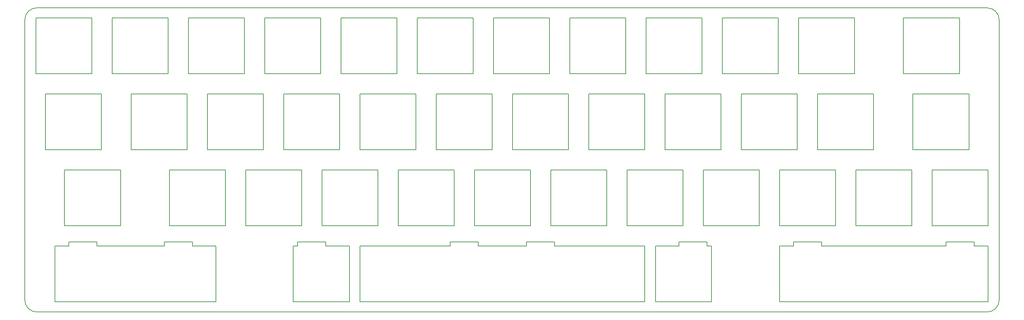
<source format=gbr>
%TF.GenerationSoftware,KiCad,Pcbnew,(6.0.10)*%
%TF.CreationDate,2023-02-21T20:04:24-06:00*%
%TF.ProjectId,Asymptote_Plate_PCB,4173796d-7074-46f7-9465-5f506c617465,rev?*%
%TF.SameCoordinates,Original*%
%TF.FileFunction,Profile,NP*%
%FSLAX46Y46*%
G04 Gerber Fmt 4.6, Leading zero omitted, Abs format (unit mm)*
G04 Created by KiCad (PCBNEW (6.0.10)) date 2023-02-21 20:04:24*
%MOMM*%
%LPD*%
G01*
G04 APERTURE LIST*
%TA.AperFunction,Profile*%
%ADD10C,0.200000*%
%TD*%
G04 APERTURE END LIST*
D10*
X69343752Y-61912500D02*
X69343752Y-75912500D01*
X69343752Y-61912500D02*
X83343750Y-61912500D01*
X83343750Y-75912500D02*
X69343752Y-75912500D01*
X83343750Y-75912500D02*
X83343750Y-61912500D01*
X88393751Y-75912500D02*
X88393751Y-61912500D01*
X88393751Y-61912500D02*
X102393751Y-61912500D01*
X102393751Y-61912500D02*
X102393751Y-75912500D01*
X102393751Y-75912500D02*
X88393751Y-75912500D01*
X154781249Y-114012499D02*
X154781248Y-100012501D01*
X140781250Y-100012502D02*
X154781248Y-100012501D01*
X140781250Y-100012502D02*
X140781251Y-114012500D01*
X154781250Y-114012499D02*
X140781251Y-114012500D01*
X198906250Y-119062499D02*
X200025000Y-119062500D01*
X200025000Y-119062500D02*
X200025000Y-133062500D01*
X200025000Y-133062500D02*
X186025000Y-133062500D01*
X186025000Y-133062500D02*
X186025000Y-119062500D01*
X186025000Y-119062500D02*
X191906250Y-119062500D01*
X191906250Y-119062500D02*
X191906250Y-118062499D01*
X191906250Y-118062499D02*
X198906250Y-118062500D01*
X198906250Y-118062500D02*
X198906250Y-119062499D01*
X269081250Y-114012500D02*
X255081250Y-114012500D01*
X255081250Y-114012500D02*
X255081250Y-100012500D01*
X255081250Y-100012500D02*
X269081250Y-100012500D01*
X269081250Y-100012500D02*
X269081250Y-114012500D01*
X230981250Y-100012499D02*
X230981250Y-114012499D01*
X230981250Y-114012499D02*
X216981250Y-114012499D01*
X216981250Y-114012499D02*
X216981250Y-100012499D01*
X216981250Y-100012499D02*
X230981250Y-100012499D01*
X202406251Y-94962500D02*
X188406251Y-94962500D01*
X188406251Y-94962500D02*
X188406251Y-80962500D01*
X188406251Y-80962500D02*
X202406251Y-80962500D01*
X202406251Y-80962500D02*
X202406251Y-94962500D01*
X183356251Y-94962500D02*
X169356251Y-94962500D01*
X169356251Y-94962500D02*
X169356251Y-80962500D01*
X169356251Y-80962500D02*
X183356250Y-80962500D01*
X183356250Y-80962500D02*
X183356251Y-94962500D01*
X145256250Y-80962500D02*
X145256250Y-94962500D01*
X145256250Y-94962500D02*
X131256250Y-94962500D01*
X131256250Y-94962500D02*
X131256250Y-80962500D01*
X131256250Y-80962500D02*
X145256250Y-80962500D01*
X78581250Y-114012500D02*
X64581250Y-114012500D01*
X64581250Y-114012500D02*
X64581250Y-100012500D01*
X64581250Y-100012500D02*
X78581250Y-100012500D01*
X78581250Y-100012500D02*
X78581250Y-114012500D01*
X47625000Y-80962500D02*
X47625000Y-94962500D01*
X47625000Y-94962500D02*
X33625000Y-94962500D01*
X33625000Y-94962500D02*
X33625000Y-80962500D01*
X33625000Y-80962500D02*
X47625000Y-80962500D01*
X38387500Y-114012500D02*
X38387500Y-100012500D01*
X38387500Y-100012500D02*
X52387501Y-100012500D01*
X52387501Y-100012500D02*
X52387501Y-114012500D01*
X52387501Y-114012500D02*
X38387500Y-114012500D01*
X64293750Y-61912499D02*
X64293750Y-75912499D01*
X64293750Y-75912499D02*
X50293750Y-75912499D01*
X50293750Y-75912499D02*
X50293750Y-61912499D01*
X50293750Y-61912499D02*
X64293750Y-61912499D01*
X135731250Y-100012499D02*
X135731250Y-114012499D01*
X135731250Y-114012499D02*
X121731250Y-114012499D01*
X121731250Y-114012499D02*
X121731250Y-100012499D01*
X121731250Y-100012499D02*
X135731250Y-100012499D01*
X121443750Y-75912500D02*
X107443750Y-75912500D01*
X107443750Y-75912500D02*
X107443750Y-61912500D01*
X107443750Y-61912500D02*
X121443750Y-61912500D01*
X121443750Y-61912500D02*
X121443750Y-75912500D01*
X197643751Y-61912500D02*
X197643751Y-75912500D01*
X197643751Y-75912500D02*
X183643751Y-75912500D01*
X183643751Y-75912500D02*
X183643751Y-61912500D01*
X183643751Y-61912500D02*
X197643751Y-61912500D01*
X197931250Y-114012499D02*
X197931250Y-100012499D01*
X197931250Y-100012499D02*
X211931251Y-100012499D01*
X211931251Y-100012499D02*
X211931251Y-114012499D01*
X211931251Y-114012499D02*
X197931250Y-114012499D01*
X236031251Y-100012500D02*
X250031250Y-100012499D01*
X250031250Y-100012499D02*
X250031250Y-114012499D01*
X250031250Y-114012499D02*
X236031250Y-114012499D01*
X236031250Y-114012499D02*
X236031251Y-100012500D01*
X220481250Y-118062499D02*
X227481251Y-118062499D01*
X227481251Y-118062499D02*
X227481251Y-119062500D01*
X227481251Y-119062500D02*
X258581251Y-119062500D01*
X258581251Y-119062500D02*
X258581250Y-118062500D01*
X258581250Y-118062500D02*
X265581250Y-118062499D01*
X265581250Y-118062499D02*
X265581250Y-119062500D01*
X265581250Y-119062500D02*
X269081250Y-119062500D01*
X269081250Y-119062500D02*
X269081250Y-133062500D01*
X269081250Y-133062500D02*
X216981250Y-133062499D01*
X216981250Y-133062499D02*
X216981251Y-119062500D01*
X216981251Y-119062500D02*
X220481250Y-119062500D01*
X220481250Y-119062500D02*
X220481250Y-118062499D01*
X160806250Y-119062500D02*
X183356250Y-119062500D01*
X183356250Y-119062500D02*
X183356250Y-133062500D01*
X183356250Y-133062500D02*
X112206250Y-133062499D01*
X112206250Y-133062499D02*
X112206251Y-119062500D01*
X112206251Y-119062500D02*
X134756250Y-119062499D01*
X134756250Y-119062499D02*
X134756250Y-118062500D01*
X134756250Y-118062500D02*
X141756250Y-118062499D01*
X141756250Y-118062499D02*
X141756250Y-119062500D01*
X141756250Y-119062500D02*
X153806251Y-119062500D01*
X153806251Y-119062500D02*
X153806250Y-118062500D01*
X153806250Y-118062500D02*
X160806250Y-118062499D01*
X160806250Y-118062499D02*
X160806250Y-119062500D01*
X264318750Y-94962500D02*
X250318750Y-94962500D01*
X250318750Y-94962500D02*
X250318750Y-80962500D01*
X250318750Y-80962500D02*
X264318750Y-80962500D01*
X264318750Y-80962500D02*
X264318750Y-94962500D01*
X235743750Y-61912500D02*
X235743750Y-75912500D01*
X235743750Y-75912500D02*
X221743750Y-75912500D01*
X221743750Y-75912500D02*
X221743750Y-61912500D01*
X221743750Y-61912500D02*
X235743750Y-61912500D01*
X216693750Y-61912500D02*
X216693750Y-75912500D01*
X216693750Y-75912500D02*
X202693750Y-75912500D01*
X202693750Y-75912500D02*
X202693750Y-61912500D01*
X202693750Y-61912500D02*
X216693750Y-61912500D01*
X178881250Y-114012500D02*
X178881250Y-100012500D01*
X178881250Y-100012500D02*
X192881250Y-100012500D01*
X192881250Y-100012500D02*
X192881250Y-114012500D01*
X192881250Y-114012500D02*
X178881250Y-114012500D01*
X150306250Y-80962500D02*
X164306250Y-80962500D01*
X164306250Y-80962500D02*
X164306250Y-94962500D01*
X164306250Y-94962500D02*
X150306250Y-94962500D01*
X150306250Y-94962500D02*
X150306250Y-80962500D01*
X140493750Y-61912500D02*
X140493750Y-75912500D01*
X140493750Y-75912500D02*
X126493750Y-75912500D01*
X126493750Y-75912500D02*
X126493750Y-61912500D01*
X126493750Y-61912500D02*
X140493750Y-61912500D01*
X107156251Y-80962500D02*
X107156251Y-94962500D01*
X107156251Y-94962500D02*
X93156250Y-94962500D01*
X93156250Y-94962500D02*
X93156250Y-80962500D01*
X93156250Y-80962500D02*
X107156251Y-80962500D01*
X97631250Y-100012500D02*
X97631251Y-114012499D01*
X97631251Y-114012499D02*
X83631251Y-114012499D01*
X83631251Y-114012499D02*
X83631251Y-100012499D01*
X83631251Y-100012499D02*
X97631250Y-100012500D01*
X69056250Y-80962500D02*
X69056250Y-94962500D01*
X69056250Y-94962500D02*
X55056250Y-94962500D01*
X55056250Y-94962500D02*
X55056250Y-80962500D01*
X55056250Y-80962500D02*
X69056250Y-80962500D01*
X46474500Y-119062500D02*
X63350500Y-119062500D01*
X63350500Y-119062500D02*
X63350500Y-118062500D01*
X63350500Y-118062500D02*
X70350500Y-118062499D01*
X70350500Y-118062499D02*
X70350500Y-119062500D01*
X70350500Y-119062500D02*
X76200000Y-119062500D01*
X76200000Y-119062500D02*
X76200000Y-133062500D01*
X76200000Y-133062500D02*
X36006251Y-133062500D01*
X36006251Y-133062500D02*
X36006251Y-119062500D01*
X36006251Y-119062500D02*
X39474500Y-119062500D01*
X39474500Y-119062500D02*
X39474500Y-118062499D01*
X39474500Y-118062499D02*
X46474500Y-118062500D01*
X46474500Y-118062500D02*
X46474500Y-119062500D01*
X31243750Y-75912500D02*
X31243750Y-61912500D01*
X31243750Y-61912500D02*
X45243750Y-61912500D01*
X45243750Y-61912500D02*
X45243750Y-75912500D01*
X45243750Y-75912500D02*
X31243750Y-75912500D01*
X74106251Y-80962500D02*
X88106251Y-80962500D01*
X88106251Y-80962500D02*
X88106251Y-94962500D01*
X88106251Y-94962500D02*
X74106251Y-94962500D01*
X74106251Y-94962500D02*
X74106251Y-80962500D01*
X116681250Y-100012499D02*
X116681250Y-114012499D01*
X116681250Y-114012499D02*
X102681250Y-114012499D01*
X102681250Y-114012499D02*
X102681250Y-100012499D01*
X102681250Y-100012499D02*
X116681250Y-100012499D01*
X126206250Y-80962500D02*
X126206250Y-94962500D01*
X126206250Y-94962500D02*
X112206250Y-94962500D01*
X112206250Y-94962500D02*
X112206250Y-80962500D01*
X112206250Y-80962500D02*
X126206250Y-80962500D01*
X159543750Y-61912500D02*
X159543750Y-75912500D01*
X159543750Y-75912500D02*
X145543750Y-75912499D01*
X145543750Y-75912499D02*
X145543750Y-61912500D01*
X145543750Y-61912500D02*
X159543750Y-61912500D01*
X178593750Y-61912499D02*
X178593750Y-75912499D01*
X178593750Y-75912499D02*
X164593750Y-75912499D01*
X164593750Y-75912499D02*
X164593750Y-61912499D01*
X164593750Y-61912499D02*
X178593750Y-61912499D01*
X221456250Y-80962500D02*
X221456250Y-94962500D01*
X221456250Y-94962500D02*
X207456250Y-94962500D01*
X207456250Y-94962500D02*
X207456250Y-80962500D01*
X207456250Y-80962500D02*
X221456250Y-80962500D01*
X240506250Y-80962500D02*
X240506250Y-94962500D01*
X240506250Y-94962500D02*
X226506250Y-94962500D01*
X226506250Y-94962500D02*
X226506250Y-80962500D01*
X226506250Y-80962500D02*
X240506250Y-80962500D01*
X247937500Y-61912500D02*
X261937500Y-61912500D01*
X261937500Y-61912500D02*
X261937500Y-75912500D01*
X261937500Y-75912500D02*
X247937500Y-75912499D01*
X247937500Y-75912499D02*
X247937500Y-61912500D01*
X95537500Y-119062500D02*
X96656250Y-119062500D01*
X96656250Y-119062500D02*
X96656250Y-118062499D01*
X96656250Y-118062499D02*
X103656250Y-118062500D01*
X103656250Y-118062500D02*
X103656251Y-119062500D01*
X103656251Y-119062500D02*
X109537500Y-119062500D01*
X109537500Y-119062500D02*
X109537500Y-133062500D01*
X109537500Y-133062500D02*
X95537500Y-133062499D01*
X95537500Y-133062499D02*
X95537500Y-119062500D01*
X28468750Y-132587401D02*
G75*
G03*
X31468750Y-135587401I3000001J1D01*
G01*
X31468750Y-135587401D02*
X268856043Y-135587401D01*
X268856043Y-135587402D02*
G75*
G03*
X271856044Y-132587400I1J3000000D01*
G01*
X271856044Y-132587400D02*
X271856044Y-62387500D01*
X271856045Y-62387500D02*
G75*
G03*
X268856043Y-59387499I-3000000J1D01*
G01*
X268856043Y-59387499D02*
X31468751Y-59387500D01*
X31468751Y-59387499D02*
G75*
G03*
X28468750Y-62387500I0J-3000001D01*
G01*
X28468750Y-62387500D02*
X28468750Y-132587401D01*
X173831250Y-100012500D02*
X173831250Y-114012500D01*
X173831250Y-114012500D02*
X159831250Y-114012500D01*
X159831250Y-114012500D02*
X159831250Y-100012500D01*
X159831250Y-100012500D02*
X173831250Y-100012500D01*
M02*

</source>
